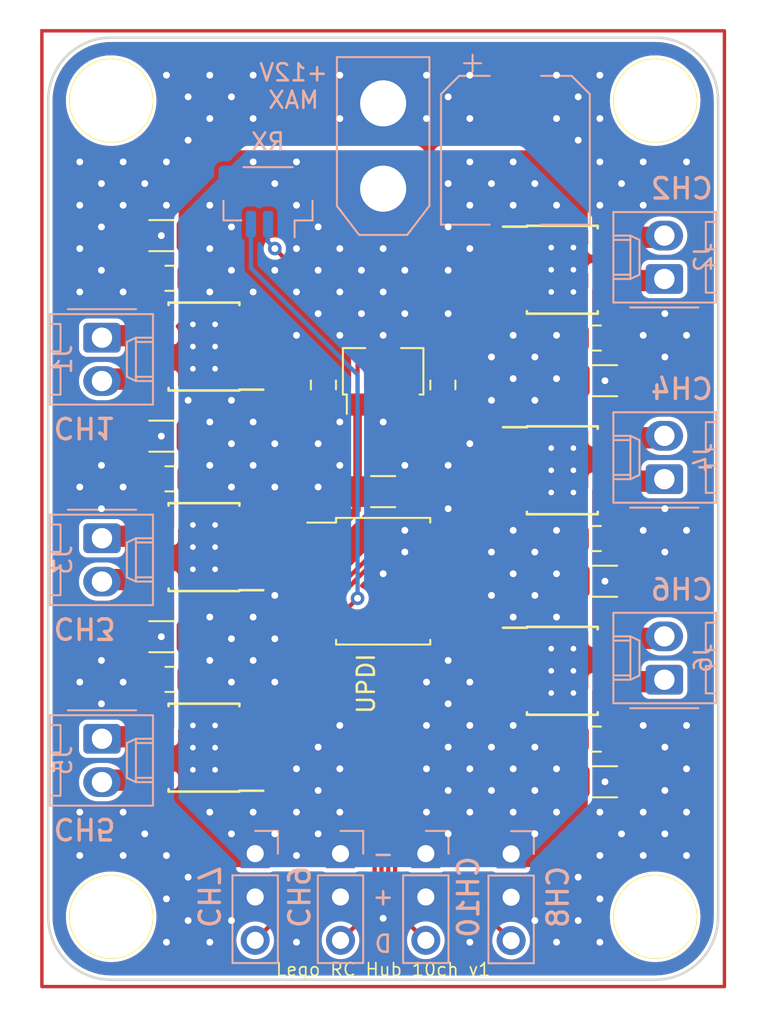
<source format=kicad_pcb>
(kicad_pcb (version 20211014) (generator pcbnew)
  (title_block (title "Lego RC Hub 10ch v1"))
  (layers (0 "F.Cu" signal) (31 "B.Cu" signal) (34 "B.Paste" user) (35 "F.Paste" user) (36 "B.SilkS" user "B.Silkscreen") (37 "F.SilkS" user "F.Silkscreen") (38 "B.Mask" user) (39 "F.Mask" user) (44 "Edge.Cuts" user))
  (net 0 "")
  (net 1 "GND")
  (net 2 "+BATT")
  (net 3 "VCC")
  (net 4 "Net-(J1-Pad2)")
  (net 5 "Net-(J2-Pad1)")
  (net 6 "Net-(J2-Pad2)")
  (net 7 "Net-(J3-Pad2)")
  (net 8 "Net-(J4-Pad2)")
  (net 9 "/CH1_2")
  (net 10 "/CH1_3")
  (net 11 "/CH2_2")
  (net 12 "/CH2_3")
  (net 13 "/CH3_2")
  (net 14 "/CH3_3")
  (net 15 "/CH4_2")
  (net 16 "/CH4_3")
  (net 17 "/UPDI")
  (net 18 "/CH8")
  (net 19 "/CH7")
  (net 20 "/IBus")
  (net 25 "Net-(J5-Pad2)")
  (net 26 "Net-(J6-Pad2)")
  (net 29 "/CH5_2")
  (net 30 "/CH5_3")
  (net 31 "/CH6_3")
  (net 32 "/CH6_2")
  (net 33 "/CH9")
  (net 34 "/CH10")
  (net 35 "Net-(J1-Pad1)")
  (net 36 "Net-(J3-Pad1)")
  (net 37 "Net-(J4-Pad1)")
  (net 38 "Net-(J5-Pad1)")
  (net 39 "Net-(J6-Pad1)")
  (footprint "Capacitor_SMD:C_1206_3216Metric_Pad1.33x1.80mm_HandSolder" (layer "F.Cu") (at 57.45 55.05)
    (fp_text reference "C7" hide)
    (fp_text value "100uF")
  )
  (footprint "Package_SO:Texas_HTSOP-8-1EP_3.9x4.9mm_P1.27mm_EP2.95x4.9mm_Mask2.4x3.1mm_ThermalVias" (layer "F.Cu") (at 33.95 64.8 180)
    (fp_text reference "U5" hide)
    (fp_text value "DRV8872DDA")
  )
  (footprint "Capacitor_SMD:C_1206_3216Metric_Pad1.33x1.80mm_HandSolder" (layer "F.Cu") (at 44.45 49.8 180)
    (fp_text reference "C13" hide)
    (fp_text value "100nF")
  )
  (footprint "Capacitor_SMD:C_0805_2012Metric_Pad1.18x1.45mm_HandSolder" (layer "F.Cu") (at 56.95 40.800001)
    (fp_text reference "C4" hide)
    (fp_text value "100nF")
  )
  (footprint "Package_SO:Texas_HTSOP-8-1EP_3.9x4.9mm_P1.27mm_EP2.95x4.9mm_Mask2.4x3.1mm_ThermalVias" (layer "F.Cu") (at 33.95 41.3 180)
    (fp_text reference "U1" hide)
    (fp_text value "DRV8872DDA")
  )
  (footprint "Package_SO:Texas_HTSOP-8-1EP_3.9x4.9mm_P1.27mm_EP2.95x4.9mm_Mask2.4x3.1mm_ThermalVias" (layer "F.Cu") (at 54.95 36.8)
    (fp_text reference "U2" hide)
    (fp_text value "DRV8872DDA")
  )
  (footprint "Capacitor_SMD:C_0805_2012Metric_Pad1.18x1.45mm_HandSolder" (layer "F.Cu") (at 56.95 52.55)
    (fp_text reference "C8" hide)
    (fp_text value "100nF")
  )
  (footprint "Connector_Wire:SolderWirePad_1x01_SMD_1x2mm" (layer "F.Cu") (at 41.95 61.05 180)
    (fp_text reference "J13" hide)
    (fp_text value "Conn_01x01")
  )
  (footprint "Capacitor_SMD:C_0805_2012Metric_Pad1.18x1.45mm_HandSolder" (layer "F.Cu") (at 31.95 49.049999 180)
    (fp_text reference "C6" hide)
    (fp_text value "100nF")
  )
  (footprint "Capacitor_SMD:C_0805_2012Metric_Pad1.18x1.45mm_HandSolder" (layer "F.Cu") (at 40.95 43.55 -90)
    (fp_text reference "C15" hide)
    (fp_text value "47uF")
  )
  (footprint "Package_TO_SOT_SMD:SOT-89-3" (layer "F.Cu") (at 44.45 43.05 90)
    (fp_text reference "U8" hide)
    (fp_text value "L78L05_SOT89")
  )
  (footprint "CustomFootprints:MountingHole_4.8mm_Lego" (layer "F.Cu") (at 28.51 26.89)
    (fp_text reference "H1")
    (fp_text value "MountingHole")
  )
  (footprint "Package_SO:SSOP-20_5.3x7.2mm_P0.65mm" (layer "F.Cu") (at 44.45 55.05)
    (fp_text reference "U7" hide)
    (fp_text value "ATtiny3226-X")
  )
  (footprint "Capacitor_SMD:C_1206_3216Metric_Pad1.33x1.80mm_HandSolder" (layer "F.Cu") (at 31.45 58.3 180)
    (fp_text reference "C9" hide)
    (fp_text value "100uF")
  )
  (footprint "Capacitor_SMD:C_0805_2012Metric_Pad1.18x1.45mm_HandSolder" (layer "F.Cu") (at 31.95 37.3 180)
    (fp_text reference "C2" hide)
    (fp_text value "100nF")
  )
  (footprint "Capacitor_SMD:C_0805_2012Metric_Pad1.18x1.45mm_HandSolder" (layer "F.Cu") (at 47.95 43.55 -90)
    (fp_text reference "C14" hide)
    (fp_text value "10uF")
  )
  (footprint "Capacitor_SMD:C_0805_2012Metric_Pad1.18x1.45mm_HandSolder" (layer "F.Cu") (at 56.95 64.3)
    (fp_text reference "C12" hide)
    (fp_text value "100nF")
  )
  (footprint "CustomFootprints:MountingHole_4.8mm_Lego" (layer "F.Cu") (at 28.51 74.71)
    (fp_text reference "H4")
    (fp_text value "MountingHole")
  )
  (footprint "Capacitor_SMD:C_1206_3216Metric_Pad1.33x1.80mm_HandSolder" (layer "F.Cu") (at 57.45 66.8)
    (fp_text reference "C11" hide)
    (fp_text value "100uF")
  )
  (footprint "Package_SO:Texas_HTSOP-8-1EP_3.9x4.9mm_P1.27mm_EP2.95x4.9mm_Mask2.4x3.1mm_ThermalVias" (layer "F.Cu") (at 54.95 48.55)
    (fp_text reference "U4" hide)
    (fp_text value "DRV8872DDA")
  )
  (footprint "Package_SO:Texas_HTSOP-8-1EP_3.9x4.9mm_P1.27mm_EP2.95x4.9mm_Mask2.4x3.1mm_ThermalVias" (layer "F.Cu") (at 54.95 60.3)
    (fp_text reference "U6" hide)
    (fp_text value "DRV8872DDA")
  )
  (footprint "Capacitor_SMD:C_1206_3216Metric_Pad1.33x1.80mm_HandSolder" (layer "F.Cu") (at 57.45 43.3)
    (fp_text reference "C3" hide)
    (fp_text value "100uF")
  )
  (footprint "Capacitor_SMD:C_1206_3216Metric_Pad1.33x1.80mm_HandSolder" (layer "F.Cu") (at 31.45 34.8 180)
    (fp_text reference "C1" hide)
    (fp_text value "100uF")
  )
  (footprint "CustomFootprints:MountingHole_4.8mm_Lego" (layer "F.Cu") (at 60.39 26.89)
    (fp_text reference "H2")
    (fp_text value "MountingHole")
  )
  (footprint "Capacitor_SMD:C_1206_3216Metric_Pad1.33x1.80mm_HandSolder" (layer "F.Cu") (at 31.45 46.55 180)
    (fp_text reference "C5" hide)
    (fp_text value "100uF")
  )
  (footprint "Capacitor_SMD:C_0805_2012Metric_Pad1.18x1.45mm_HandSolder" (layer "F.Cu") (at 31.95 60.799999 180)
    (fp_text reference "C10" hide)
    (fp_text value "100nF")
  )
  (footprint "Package_SO:Texas_HTSOP-8-1EP_3.9x4.9mm_P1.27mm_EP2.95x4.9mm_Mask2.4x3.1mm_ThermalVias" (layer "F.Cu") (at 33.95 53.05 180)
    (fp_text reference "U3" hide)
    (fp_text value "DRV8872DDA")
  )
  (footprint "CustomFootprints:MountingHole_4.8mm_Lego" (layer "F.Cu") (at 60.39 74.71)
    (fp_text reference "H3")
    (fp_text value "MountingHole")
  )
  (footprint "Capacitor_SMD:CP_Elec_8x10.5" (layer "B.Cu") (at 52.2 29.8 -90)
    (fp_text reference "C16" hide)
    (fp_text value "470uF")
  )
  (footprint "Connector_PinHeader_2.54mm:PinHeader_1x03_P2.54mm_Vertical" (layer "B.Cu") (at 36.95 71.01 180)
    (fp_text reference "J7" hide)
    (fp_text value "Conn_01x03")
  )
  (footprint "Connector_Molex:Molex_KK-254_AE-6410-02A_1x02_P2.54mm_Vertical" (layer "B.Cu") (at 27.970001 52.53 -90)
    (fp_text reference "J3")
    (fp_text value "Conn_01x02")
  )
  (footprint "Connector_JST:JST_SH_BM03B-SRSS-TB_1x03-1MP_P1.00mm_Vertical" (layer "B.Cu") (at 37.7 32.8 180)
    (fp_text reference "J11" hide)
    (fp_text value "Conn_01x03_MountingPin")
  )
  (footprint "Connector_PinHeader_2.54mm:PinHeader_1x03_P2.54mm_Vertical" (layer "B.Cu") (at 41.95 71.01 180)
    (fp_text reference "J9" hide)
    (fp_text value "Conn_01x03")
  )
  (footprint "Connector_PinHeader_2.54mm:PinHeader_1x03_P2.54mm_Vertical" (layer "B.Cu") (at 51.95 71.025001 180)
    (fp_text reference "J8" hide)
    (fp_text value "Conn_01x03")
  )
  (footprint "Connector_Molex:Molex_KK-254_AE-6410-02A_1x02_P2.54mm_Vertical" (layer "B.Cu") (at 60.929999 37.34 90)
    (fp_text reference "J2")
    (fp_text value "Conn_01x02")
  )
  (footprint "Connector_Molex:Molex_KK-254_AE-6410-02A_1x02_P2.54mm_Vertical" (layer "B.Cu") (at 60.929999 49.07 90)
    (fp_text reference "J4")
    (fp_text value "Conn_01x02")
  )
  (footprint "Connector_AMASS:AMASS_XT30U-M_1x02_P5.0mm_Vertical" (layer "B.Cu") (at 44.45 32.05 90)
    (fp_text reference "J12" hide)
    (fp_text value "Conn_01x02")
  )
  (footprint "Connector_PinHeader_2.54mm:PinHeader_1x03_P2.54mm_Vertical" (layer "B.Cu") (at 46.95 71.01 180)
    (fp_text reference "J10" hide)
    (fp_text value "Conn_01x03")
  )
  (footprint "Connector_Molex:Molex_KK-254_AE-6410-02A_1x02_P2.54mm_Vertical" (layer "B.Cu") (at 60.929999 60.82 90)
    (fp_text reference "J6")
    (fp_text value "Conn_01x02")
  )
  (footprint "Connector_Molex:Molex_KK-254_AE-6410-02A_1x02_P2.54mm_Vertical" (layer "B.Cu") (at 27.970001 40.78 -90)
    (fp_text reference "J1")
    (fp_text value "Conn_01x02")
  )
  (footprint "Connector_Molex:Molex_KK-254_AE-6410-02A_1x02_P2.54mm_Vertical" (layer "B.Cu") (at 27.970001 64.28 -90)
    (fp_text reference "J5")
    (fp_text value "Conn_01x02")
  )
  (gr_rect (start 24.45 22.8) (end 64.45 78.8) (layer "F.Cu") (width 0.2) (fill none))
  (gr_circle locked (center 28.51 74.71) (end 30.91 74.71) (layer "F.SilkS") (width 0.15) (fill none))
  (gr_circle locked (center 60.39 26.89) (end 62.79 26.89) (layer "F.SilkS") (width 0.15) (fill none))
  (gr_circle locked (center 28.51 26.89) (end 30.91 26.89) (layer "F.SilkS") (width 0.15) (fill none))
  (gr_circle locked (center 60.39 74.71) (end 62.79 74.71) (layer "F.SilkS") (width 0.15) (fill none))
  (gr_line locked (start 60.39 23.2) (end 28.51 23.2) (layer "Edge.Cuts") (width 0.15))
  (gr_arc locked (start 64.08 74.71) (mid 62.999224 77.319224) (end 60.39 78.4) (layer "Edge.Cuts") (width 0.15))
  (gr_arc locked (start 60.39 23.2) (mid 62.999224 24.280776) (end 64.08 26.89) (layer "Edge.Cuts") (width 0.15))
  (gr_line locked (start 24.82 26.89) (end 24.82 74.71) (layer "Edge.Cuts") (width 0.15))
  (gr_line locked (start 28.51 78.4) (end 60.39 78.4) (layer "Edge.Cuts") (width 0.15))
  (gr_arc locked (start 28.51 78.4) (mid 25.900776 77.319224) (end 24.82 74.71) (layer "Edge.Cuts") (width 0.15))
  (gr_line locked (start 64.08 74.71) (end 64.08 26.89) (layer "Edge.Cuts") (width 0.15))
  (gr_arc locked (start 24.82 26.89) (mid 25.900776 24.280776) (end 28.51 23.2) (layer "Edge.Cuts") (width 0.15))
  (gr_text "-" (at 44.45 71.01) (layer "B.SilkS") (effects (font (size 1 1)) (justify mirror)))
  (gr_text "CH2" (at 61.95 32.05) (layer "B.SilkS") (effects (font (size 1.2 1.2) (thickness 0.2)) (justify mirror)))
  (gr_text "D" (at 44.45 76.3) (layer "B.SilkS") (effects (font (size 1 1)) (justify mirror)))
  (gr_text "CH8" (at 54.7 73.55 90) (layer "B.SilkS") (effects (font (size 1.2 1.2) (thickness 0.2)) (justify mirror)))
  (gr_text "CH9" (at 39.45 73.55 270) (layer "B.SilkS") (effects (font (size 1.2 1.2) (thickness 0.2)) (justify mirror)))
  (gr_text "CH1" (at 26.95 46.05 180) (layer "B.SilkS") (effects (font (size 1.2 1.2) (thickness 0.2)) (justify mirror)))
  (gr_text "CH5" (at 26.95 69.55 180) (layer "B.SilkS") (effects (font (size 1.2 1.2) (thickness 0.2)) (justify mirror)))
  (gr_text "CH10" (at 49.45 73.55 90) (layer "B.SilkS") (effects (font (size 1.2 1.2) (thickness 0.2)) (justify mirror)))
  (gr_text "+" (at 44.45 73.520802) (layer "B.SilkS") (effects (font (size 1 1)) (justify mirror)))
  (gr_text "CH6" (at 61.95 55.55) (layer "B.SilkS") (effects (font (size 1.2 1.2) (thickness 0.2)) (justify mirror)))
  (gr_text "RX" (at 37.7 29.3) (layer "B.SilkS") (effects (font (size 1 1)) (justify mirror)))
  (gr_text "CH3" (at 26.95 57.8 180) (layer "B.SilkS") (effects (font (size 1.2 1.2) (thickness 0.2)) (justify mirror)))
  (gr_text "CH7" (at 34.2 73.55 270) (layer "B.SilkS") (effects (font (size 1.2 1.2) (thickness 0.2)) (justify mirror)))
  (gr_text "+12V\nMAX" (at 39.2 26.05) (layer "B.SilkS") (effects (font (size 1 1)) (justify mirror)))
  (gr_text "CH4" (at 61.95 43.8) (layer "B.SilkS") (effects (font (size 1.2 1.2) (thickness 0.2)) (justify mirror)))
  (gr_text "UPDI" (at 43.45 61.05 90) (layer "F.SilkS") (effects (font (size 1 1))))
  (gr_text "Lego RC Hub 10ch v1" (at 44.45 77.8) (layer "F.SilkS") (effects (font (size 0.75 0.75) (thickness 0.1))))
  (segment (start 47.025 52.125) (end 47.95 52.125) (width 0.5) (layer "F.Cu") (net 1))
  (segment (start 46.0125 51.1125) (end 47.025 52.125) (width 0.5) (layer "F.Cu") (net 1))
  (segment (start 46.0125 49.8) (end 46.0125 51.1125) (width 0.5) (layer "F.Cu") (net 1))
  (via (at 36.83 30.48) (size 0.8) (drill 0.4) (layers "F.Cu" "B.Cu") (net 1))
  (via (at 48.26 69.85) (size 0.8) (drill 0.4) (layers "F.Cu" "B.Cu") (net 1))
  (via (at 39.37 68.58) (size 0.8) (drill 0.4) (layers "F.Cu" "B.Cu") (net 1))
  (via (at 34.29 35.56) (size 0.8) (drill 0.4) (layers "F.Cu" "B.Cu") (net 1))
  (via (at 36.83 48.26) (size 0.8) (drill 0.4) (layers "F.Cu" "B.Cu") (net 1))
  (via (at 41.91 38.1) (size 0.8) (drill 0.4) (layers "F.Cu" "B.Cu") (net 1))
  (via (at 34.29 57.15) (size 0.8) (drill 0.4) (layers "F.Cu" "B.Cu") (net 1))
  (via (at 49.53 35.56) (size 0.8) (drill 0.4) (layers "F.Cu" "B.Cu") (net 1))
  (via (at 35.56 69.85) (size 0.8) (drill 0.4) (layers "F.Cu" "B.Cu") (net 1))
  (via (at 46.99 60.96) (size 0.8) (drill 0.4) (layers "F.Cu" "B.Cu") (net 1))
  (via (at 38.1 55.88) (size 0.8) (drill 0.4) (layers "F.Cu" "B.Cu") (net 1))
  (via (at 48.26 39.37) (size 0.8) (drill 0.4) (layers "F.Cu" "B.Cu") (net 1))
  (via (at 35.56 46.99) (size 0.8) (drill 0.4) (layers "F.Cu" "B.Cu") (net 1))
  (via (at 49.53 66.04) (size 0.8) (drill 0.4) (layers "F.Cu" "B.Cu") (net 1))
  (via (at 38.1 58.42) (size 0.8) (drill 0.4) (layers "F.Cu" "B.Cu") (net 1))
  (via (at 35.56 44.45) (size 0.8) (drill 0.4) (layers "F.Cu" "B.Cu") (net 1))
  (via (at 54.61 57.15) (size 0.8) (drill 0.4) (layers "F.Cu" "B.Cu") (net 1))
  (via (at 43.18 36.83) (size 0.8) (drill 0.4) (layers "F.Cu" "B.Cu") (net 1))
  (via (at 39.37 71.12) (size 0.8) (drill 0.4) (layers "F.Cu" "B.Cu") (net 1))
  (via (at 54.61 54.61) (size 0.8) (drill 0.4) (layers "F.Cu" "B.Cu") (net 1))
  (via (at 36.83 68.58) (size 0.8) (drill 0.4) (layers "F.Cu" "B.Cu") (net 1))
  (via (at 39.37 38.1) (size 0.8) (drill 0.4) (layers "F.Cu" "B.Cu") (net 1))
  (via (at 52.07 43.18) (size 0.8) (drill 0.4) (layers "F.Cu" "B.Cu") (net 1))
  (via (at 44.45 54.61) (size 0.8) (drill 0.4) (layers "F.Cu" "B.Cu") (net 1))
  (via (at 40.64 64.77) (size 0.8) (drill 0.4) (layers "F.Cu" "B.Cu") (net 1))
  (via (at 52.07 54.61) (size 0.8) (drill 0.4) (layers "F.Cu" "B.Cu") (net 1))
  (via (at 50.8 55.88) (size 0.8) (drill 0.4) (layers "F.Cu" "B.Cu") (net 1))
  (via (at 48.26 50.8) (size 0.8) (drill 0.4) (layers "F.Cu" "B.Cu") (net 1))
  (via (at 52.07 40.64) (size 0.8) (drill 0.4) (layers "F.Cu" "B.Cu") (net 1))
  (via (at 40.64 34.29) (size 0.8) (drill 0.4) (layers "F.Cu" "B.Cu") (net 1))
  (via (at 40.64 67.31) (size 0.8) (drill 0.4) (layers "F.Cu" "B.Cu") (net 1))
  (via (at 54.61 68.58) (size 0.8) (drill 0.4) (layers "F.Cu" "B.Cu") (net 1))
  (via (at 40.64 36.83) (size 0.8) (drill 0.4) (layers "F.Cu" "B.Cu") (net 1))
  (via (at 53.34 69.85) (size 0.8) (drill 0.4) (layers "F.Cu" "B.Cu") (net 1))
  (via (at 46.99 68.58) (size 0.8) (drill 0.4) (layers "F.Cu" "B.Cu") (net 1))
  (via (at 52.07 68.58) (size 0.8) (drill 0.4) (layers "F.Cu" "B.Cu") (net 1))
  (via (at 44.45 35.56) (size 0.8) (drill 0.4) (layers "F.Cu" "B.Cu") (net 1))
  (via (at 39.37 40.64) (size 0.8) (drill 0.4) (layers "F.Cu" "B.Cu") (net 1))
  (via (at 38.1 49.53) (size 0.8) (drill 0.4) (layers "F.Cu" "B.Cu") (net 1))
  (via (at 46.99 63.5) (size 0.8) (drill 0.4) (layers "F.Cu" "B.Cu") (net 1))
  (via (at 45.72 52.07) (size 0.8) (drill 0.4) (layers "F.Cu" "B.Cu") (net 1))
  (via (at 50.8 53.34) (size 0.8) (drill 0.4) (layers "F.Cu" "B.Cu") (net 1))
  (via (at 49.53 68.58) (size 0.8) (drill 0.4) (layers "F.Cu" "B.Cu") (net 1))
  (via (at 48.26 67.31) (size 0.8) (drill 0.4) (layers "F.Cu" "B.Cu") (net 1))
  (via (at 53.34 55.88) (size 0.8) (drill 0.4) (layers "F.Cu" "B.Cu") (net 1))
  (via (at 45.72 48.26) (size 0.8) (drill 0.4) (layers "F.Cu" "B.Cu") (net 1))
  (via (at 49.53 33.02) (size 0.8) (drill 0.4) (layers "F.Cu" "B.Cu") (net 1))
  (via (at 49.53 30.48) (size 0.8) (drill 0.4) (layers "F.Cu" "B.Cu") (net 1))
  (via (at 53.34 44.45) (size 0.8) (drill 0.4) (layers "F.Cu" "B.Cu") (net 1))
  (via (at 50.8 67.31) (size 0.8) (drill 0.4) (layers "F.Cu" "B.Cu") (net 1))
  (via (at 44.45 40.64) (size 0.8) (drill 0.4) (layers "F.Cu" "B.Cu") (net 1))
  (via (at 38.1 46.99) (size 0.8) (drill 0.4) (layers "F.Cu" "B.Cu") (net 1))
  (via (at 54.61 52.07) (size 0.8) (drill 0.4) (layers "F.Cu" "B.Cu") (net 1))
  (via (at 52.07 52.07) (size 0.8) (drill 0.4) (layers "F.Cu" "B.Cu") (net 1))
  (via (at 41.91 35.56) (size 0.8) (drill 0.4) (layers "F.Cu" "B.Cu") (net 1))
  (via (at 40.64 69.85) (size 0.8) (drill 0.4) (layers "F.Cu" "B.Cu") (net 1))
  (via (at 41.91 66.04) (size 0.8) (drill 0.4) (layers "F.Cu" "B.Cu") (net 1))
  (via (at 36.83 38.1) (size 0.8) (drill 0.4) (layers "F.Cu" "B.Cu") (net 1))
  (via (at 45.72 36.83) (size 0.8) (drill 0.4) (layers "F.Cu" "B.Cu") (net 1))
  (via (at 35.56 36.83) (size 0.8) (drill 0.4) (layers "F.Cu" "B.Cu") (net 1))
  (via (at 38.1 69.85) (size 0.8) (drill 0.4) (layers "F.Cu" "B.Cu") (net 1))
  (via (at 54.61 66.04) (size 0.8) (drill 0.4) (layers "F.Cu" "B.Cu") (net 1))
  (via (at 35.56 49.53) (size 0.8) (drill 0.4) (layers "F.Cu" "B.Cu") (net 1))
  (via (at 41.91 63.5) (size 0.8) (drill 0.4) (layers "F.Cu" "B.Cu") (net 1))
  (via (at 41.91 45.72) (size 0.8) (drill 0.4) (layers "F.Cu" "B.Cu") (net 1))
  (via (at 41.91 40.64) (size 0.8) (drill 0.4) (layers "F.Cu" "B.Cu") (net 1))
  (via (at 52.07 63.5) (size 0.8) (drill 0.4) (layers "F.Cu" "B.Cu") (net 1))
  (via (at 48.26 59.69) (size 0.8) (drill 0.4) (layers "F.Cu" "B.Cu") (net 1))
  (via (at 54.61 33.02) (size 0.8) (drill 0.4) (layers "F.Cu" "B.Cu") (net 1))
  (via (at 41.91 48.26) (size 0.8) (drill 0.4) (layers "F.Cu" "B.Cu") (net 1))
  (via (at 52.07 30.48) (size 0.8) (drill 0.4) (layers "F.Cu" "B.Cu") (net 1))
  (via (at 52.07 66.04) (size 0.8) (drill 0.4) (layers "F.Cu" "B.Cu") (net 1))
  (via (at 45.72 53.34) (size 0.8) (drill 0.4) (layers "F.Cu" "B.Cu") (net 1))
  (via (at 53.34 67.31) (size 0.8) (drill 0.4) (layers "F.Cu" "B.Cu") (net 1))
  (via (at 48.26 62.23) (size 0.8) (drill 0.4) (layers "F.Cu" "B.Cu") (net 1))
  (via (at 40.64 46.99) (size 0.8) (drill 0.4) (layers "F.Cu" "B.Cu") (net 1))
  (via (at 49.53 46.99) (size 0.8) (drill 0.4) (layers "F.Cu" "B.Cu") (net 1))
  (via (at 38.1 60.96) (size 0.8) (drill 0.4) (layers "F.Cu" "B.Cu") (net 1))
  (via (at 53.34 31.75) (size 0.8) (drill 0.4) (layers "F.Cu" "B.Cu") (net 1))
  (via (at 54.61 43.18) (size 0.8) (drill 0.4) (layers "F.Cu" "B.Cu") (net 1))
  (via (at 39.37 35.56) (size 0.8) (drill 0.4) (layers "F.Cu" "B.Cu") (net 1))
  (via (at 35.56 60.96) (size 0.8) (drill 0.4) (layers "F.Cu" "B.Cu") (net 1))
  (via (at 44.45 38.1) (size 0.8) (drill 0.4) (layers "F.Cu" "B.Cu") (net 1))
  (via (at 34.29 68.58) (size 0.8) (drill 0.4) (layers "F.Cu" "B.Cu") (net 1))
  (via (at 53.34 41.91) (size 0.8) (drill 0.4) (layers "F.Cu" "B.Cu") (net 1))
  (via (at 34.29 59.69) (size 0.8) (drill 0.4) (layers "F.Cu" "B.Cu") (net 1))
  (via (at 43.18 39.37) (size 0.8) (drill 0.4) (layers "F.Cu" "B.Cu") (net 1))
  (via (at 48.26 34.29) (size 0.8) (drill 0.4) (layers "F.Cu" "B.Cu") (net 1))
  (via (at 48.26 48.26) (size 0.8) (drill 0.4) (layers "F.Cu" "B.Cu") (net 1))
  (via (at 39.37 66.04) (size 0.8) (drill 0.4) (layers "F.Cu" "B.Cu") (net 1))
  (via (at 34.29 48.26) (size 0.8) (drill 0.4) (layers "F.Cu" "B.Cu") (net 1))
  (via (at 50.8 64.77) (size 0.8) (drill 0.4) (layers "F.Cu" "B.Cu") (net 1))
  (via (at 34.29 45.72) (size 0.8) (drill 0.4) (layers "F.Cu" "B.Cu") (net 1))
  (via (at 34.29 33.02) (size 0.8) (drill 0.4) (layers "F.Cu" "B.Cu") (net 1))
  (via (at 38.1 31.75) (size 0.8) (drill 0.4) (layers "F.Cu" "B.Cu") (net 1))
  (via (at 50.8 44.45) (size 0.8) (drill 0.4) (layers "F.Cu" "B.Cu") (net 1))
  (via (at 35.56 58.42) (size 0.8) (drill 0.4) (layers "F.Cu" "B.Cu") (net 1))
  (via (at 36.83 57.15) (size 0.8) (drill 0.4) (layers "F.Cu" "B.Cu") (net 1))
  (via (at 34.29 38.1) (size 0.8) (drill 0.4) (layers "F.Cu" "B.Cu") (net 1))
  (via (at 40.64 39.37) (size 0.8) (drill 0.4) (layers "F.Cu" "B.Cu") (net 1))
  (via (at 39.37 33.02) (size 0.8) (drill 0.4) (layers "F.Cu" "B.Cu") (net 1))
  (via (at 52.07 33.02) (size 0.8) (drill 0.4) (layers "F.Cu" "B.Cu") (net 1))
  (via (at 36.83 59.69) (size 0.8) (drill 0.4) (layers "F.Cu" "B.Cu") (net 1))
  (via (at 44.45 45.72) (size 0.8) (drill 0.4) (layers "F.Cu" "B.Cu") (net 1))
  (via (at 35.56 34.29) (size 0.8) (drill 0.4) (layers "F.Cu" "B.Cu") (net 1))
  (via (at 40.64 49.53) (size 0.8) (drill 0.4) (layers "F.Cu" "B.Cu") (net 1))
  (via (at 38.1 36.83) (size 0.8) (drill 0.4) (layers "F.Cu" "B.Cu") (net 1))
  (via (at 52.07 57.15) (size 0.8) (drill 0.4) (layers "F.Cu" "B.Cu") (net 1))
  (via (at 54.61 40.64) (size 0.8) (drill 0.4) (layers "F.Cu" "B.Cu") (net 1))
  (via (at 49.53 63.5) (size 0.8) (drill 0.4) (layers "F.Cu" "B.Cu") (net 1))
  (via (at 48.26 31.75) (size 0.8) (drill 0.4) (layers "F.Cu" "B.Cu") (net 1))
  (via (at 36.83 45.72) (size 0.8) (drill 0.4) (layers "F.Cu" "B.Cu") (net 1))
  (via (at 49.53 60.96) (size 0.8) (drill 0.4) (layers "F.Cu" "B.Cu") (net 1))
  (via (at 41.91 68.58) (size 0.8) (drill 0.4) (layers "F.Cu" "B.Cu") (net 1))
  (via (at 33.02 44.45) (size 0.8) (drill 0.4) (layers "F.Cu" "B.Cu") (net 1))
  (via (at 50.8 31.75) (size 0.8) (drill 0.4) (layers "F.Cu" "B.Cu") (net 1))
  (via (at 45.72 39.37) (size 0.8) (drill 0.4) (layers "F.Cu" "B.Cu") (net 1))
  (via (at 53.34 64.77) (size 0.8) (drill 0.4) (layers "F.Cu" "B.Cu") (net 1))
  (via (at 46.99 66.04) (size 0.8) (drill 0.4) (layers "F.Cu" "B.Cu") (net 1))
  (via (at 48.26 64.77) (size 0.8) (drill 0.4) (layers "F.Cu" "B.Cu") (net 1))
  (via (at 39.37 30.48) (size 0.8) (drill 0.4) (layers "F.Cu" "B.Cu") (net 1))
  (via (at 53.34 53.34) (size 0.8) (drill 0.4) (layers "F.Cu" "B.Cu") (net 1))
  (via (at 48.26 36.83) (size 0.8) (drill 0.4) (layers "F.Cu" "B.Cu") (net 1))
  (via (at 50.8 41.91) (size 0.8) (drill 0.4) (layers "F.Cu" "B.Cu") (net 1))
  (segment (start 45.95 42.3) (end 47.2 41.05) (width 0.5) (layer "F.Cu") (net 2))
  (segment (start 47.2 41.05) (end 47.2 29.8) (width 0.5) (layer "F.Cu") (net 2))
  (segment (start 47.2 29.8) (end 44.45 27.05) (width 0.5) (layer "F.Cu") (net 2))
  (segment (start 45.95 44.7) (end 45.95 42.3) (width 0.5) (layer "F.Cu") (net 2))
  (segment (start 46.0625 44.5875) (end 45.95 44.7) (width 1) (layer "F.Cu") (net 2))
  (segment (start 47.95 44.5875) (end 46.0625 44.5875) (width 1) (layer "F.Cu") (net 2))
  (via (at 33.02 74.93) (size 0.8) (drill 0.4) (layers "F.Cu" "B.Cu") (net 2))
  (via (at 27.94 59.69) (size 0.8) (drill 0.4) (layers "F.Cu" "B.Cu") (net 2))
  (via (at 44.45 74.8) (size 0.8) (drill 0.4) (layers "F.Cu" "B.Cu") (net 2))
  (via (at 31.75 73.66) (size 0.8) (drill 0.4) (layers "F.Cu" "B.Cu") (net 2))
  (via (at 41.91 25.4) (size 0.8) (drill 0.4) (layers "F.Cu" "B.Cu") (net 2))
  (via (at 57.15 71.12) (size 0.8) (drill 0.4) (layers "F.Cu" "B.Cu") (net 2))
  (via (at 29.21 60.96) (size 0.8) (drill 0.4) (layers "F.Cu" "B.Cu") (net 2))
  (via (at 49.53 76.2) (size 0.8) (drill 0.4) (layers "F.Cu" "B.Cu") (net 2))
  (via (at 31.75 30.48) (size 0.8) (drill 0.4) (layers "F.Cu" "B.Cu") (net 2))
  (via (at 26.67 60.96) (size 0.8) (drill 0.4) (layers "F.Cu" "B.Cu") (net 2))
  (via (at 27.94 36.83) (size 0.8) (drill 0.4) (layers "F.Cu" "B.Cu") (net 2))
  (via (at 31.75 71.12) (size 0.8) (drill 0.4) (layers "F.Cu" "B.Cu") (net 2))
  (via (at 59.69 71.12) (size 0.8) (drill 0.4) (layers "F.Cu" "B.Cu") (net 2))
  (via (at 60.96 64.77) (size 0.8) (drill 0.4) (layers "F.Cu" "B.Cu") (net 2))
  (via (at 26.67 71.12) (size 0.8) (drill 0.4) (layers "F.Cu" "B.Cu") (net 2))
  (via (at 57.15 76.2) (size 0.8) (drill 0.4) (layers "F.Cu" "B.Cu") (net 2))
  (via (at 60.96 53.34) (size 0.8) (drill 0.4) (layers "F.Cu" "B.Cu") (net 2))
  (via (at 58.42 31.75) (size 0.8) (drill 0.4) (layers "F.Cu" "B.Cu") (net 2))
  (via (at 58.42 69.85) (size 0.8) (drill 0.4) (layers "F.Cu" "B.Cu") (net 2))
  (via (at 29.21 68.58) (size 0.8) (drill 0.4) (layers "F.Cu" "B.Cu") (net 2))
  (via (at 53.34 74.93) (size 0.8) (drill 0.4) (layers "F.Cu" "B.Cu") (net 2))
  (via (at 31.75 76.2) (size 0.8) (drill 0.4) (layers "F.Cu" "B.Cu") (net 2))
  (via (at 31.45 58.3) (size 0.8) (drill 0.4) (layers "F.Cu" "B.Cu") (net 2))
  (via (at 59.69 40.64) (size 0.8) (drill 0.4) (layers "F.Cu" "B.Cu") (net 2))
  (via (at 60.96 39.37) (size 0.8) (drill 0.4) (layers "F.Cu" "B.Cu") (net 2))
  (via (at 27.94 34.29) (size 0.8) (drill 0.4) (layers "F.Cu" "B.Cu") (net 2))
  (via (at 36.83 27.94) (size 0.8) (drill 0.4) (layers "F.Cu" "B.Cu") (net 2))
  (via (at 30.48 69.85) (size 0.8) (drill 0.4) (layers "F.Cu" "B.Cu") (net 2))
  (via (at 33.02 29.21) (size 0.8) (drill 0.4) (layers "F.Cu" "B.Cu") (net 2))
  (via (at 34.29 27.94) (size 0.8) (drill 0.4) (layers "F.Cu" "B.Cu") (net 2))
  (via (at 26.67 49.53) (size 0.8) (drill 0.4) (layers "F.Cu" "B.Cu") (net 2))
  (via (at 60.96 69.85) (size 0.8) (drill 0.4) (layers "F.Cu" "B.Cu") (net 2))
  (via (at 49.53 27.94) (size 0.8) (drill 0.4) (layers "F.Cu" "B.Cu") (net 2))
  (via (at 31.75 25.4) (size 0.8) (drill 0.4) (layers "F.Cu" "B.Cu") (net 2))
  (via (at 57.15 30.48) (size 0.8) (drill 0.4) (layers "F.Cu" "B.Cu") (net 2))
  (via (at 59.69 63.5) (size 0.8) (drill 0.4) (layers "F.Cu" "B.Cu") (net 2))
  (via (at 33.02 72.39) (size 0.8) (drill 0.4) (layers "F.Cu" "B.Cu") (net 2))
  (via (at 26.67 30.48) (size 0.8) (drill 0.4) (layers "F.Cu" "B.Cu") (net 2))
  (via (at 62.23 68.58) (size 0.8) (drill 0.4) (layers "F.Cu" "B.Cu") (net 2))
  (via (at 46.99 27.94) (size 0.8) (drill 0.4) (layers "F.Cu" "B.Cu") (net 2))
  (via (at 35.56 74.93) (size 0.8) (drill 0.4) (layers "F.Cu" "B.Cu") (net 2))
  (via (at 26.67 68.58) (size 0.8) (drill 0.4) (layers "F.Cu" "B.Cu") (net 2))
  (via (at 34.29 76.2) (size 0.8) (drill 0.4) (layers "F.Cu" "B.Cu") (net 2))
  (via (at 49.53 25.4) (size 0.8) (drill 0.4) (layers "F.Cu" "B.Cu") (net 2))
  (via (at 27.94 48.26) (size 0.8) (drill 0.4) (layers "F.Cu" "B.Cu") (net 2))
  (via (at 34.29 25.4) (size 0.8) (drill 0.4) (layers "F.Cu" "B.Cu") (net 2))
  (via (at 59.69 30.48) (size 0.8) (drill 0.4) (layers "F.Cu" "B.Cu") (net 2))
  (via (at 27.94 50.8) (size 0.8) (drill 0.4) (layers "F.Cu" "B.Cu") (net 2))
  (via (at 31.75 33.02) (size 0.8) (drill 0.4) (layers "F.Cu" "B.Cu") (net 2))
  (via (at 57.15 25.4) (size 0.8) (drill 0.4) (layers "F.Cu" "B.Cu") (net 2))
  (via (at 29.21 38.1) (size 0.8) (drill 0.4) (layers "F.Cu" "B.Cu") (net 2))
  (via (at 29.21 33.02) (size 0.8) (drill 0.4) (layers "F.Cu" "B.Cu") (net 2))
  (via (at 27.94 31.75) (size 0.8) (drill 0.4) (layers "F.Cu" "B.Cu") (net 2))
  (via (at 60.96 50.8) (size 0.8) (drill 0.4) (layers "F.Cu" "B.Cu") (net 2))
  (via (at 26.67 38.1) (size 0.8) (drill 0.4) (layers "F.Cu" "B.Cu") (net 2))
  (via (at 62.23 63.5) (size 0.8) (drill 0.4) (layers "F.Cu" "B.Cu") (net 2))
  (via (at 31.45 34.8) (size 0.8) (drill 0.4) (layers "F.Cu" "B.Cu") (net 2))
  (via (at 26.67 33.02) (size 0.8) (drill 0.4) (layers "F.Cu" "B.Cu") (net 2))
  (via (at 54.61 76.2) (size 0.8) (drill 0.4) (layers "F.Cu" "B.Cu") (net 2))
  (via (at 55.88 26.67) (size 0.8) (drill 0.4) (layers "F.Cu" "B.Cu") (net 2))
  (via (at 55.88 74.93) (size 0.8) (drill 0.4) (layers "F.Cu" "B.Cu") (net 2))
  (via (at 29.21 30.48) (size 0.8) (drill 0.4) (layers "F.Cu" "B.Cu") (net 2))
  (via (at 60.96 67.31) (size 0.8) (drill 0.4) (layers "F.Cu" "B.Cu") (net 2))
  (via (at 57.15 27.94) (size 0.8) (drill 0.4) (layers "F.Cu" "B.Cu") (net 2))
  (via (at 29.21 71.12) (size 0.8) (drill 0.4) (layers "F.Cu" "B.Cu") (net 2))
  (via (at 57.15 68.58) (size 0.8) (drill 0.4) (layers "F.Cu" "B.Cu") (net 2))
  (via (at 27.94 62.23) (size 0.8) (drill 0.4) (layers "F.Cu" "B.Cu") (net 2))
  (via (at 57.15 33.02) (size 0.8) (drill 0.4) (layers "F.Cu" "B.Cu") (net 2))
  (via (at 57.15 73.66) (size 0.8) (drill 0.4) (layers "F.Cu" "B.Cu") (net 2))
  (via (at 33.02 26.67) (size 0.8) (drill 0.4) (layers "F.Cu" "B.Cu") (net 2))
  (via (at 62.23 66.04) (size 0.8) (drill 0.4) (layers "F.Cu" "B.Cu") (net 2))
  (via (at 26.67 35.56) (size 0.8) (drill 0.4) (layers "F.Cu" "B.Cu") (net 2))
  (via (at 48.26 26.67) (size 0.8) (drill 0.4) (layers "F.Cu" "B.Cu") (net 2))
  (via (at 62.23 52.07) (size 0.8) (drill 0.4) (layers "F.Cu" "B.Cu") (net 2))
  (via (at 59.69 68.58) (size 0.8) (drill 0.4) (layers "F.Cu" "B.Cu") (net 2))
  (via (at 57.45 43.3) (size 0.8) (drill 0.4) (layers "F.Cu" "B.Cu") (net 2))
  (via (at 62.23 30.48) (size 0.8) (drill 0.4) (layers "F.Cu" "B.Cu") (net 2))
  (via (at 62.23 40.64) (size 0.8) (drill 0.4) (layers "F.Cu" "B.Cu") (net 2))
  (via (at 29.21 49.53) (size 0.8) (drill 0.4) (layers "F.Cu" "B.Cu") (net 2))
  (via (at 59.69 33.02) (size 0.8) (drill 0.4) (layers "F.Cu" "B.Cu") (net 2))
  (via (at 54.61 25.4) (size 0.8) (drill 0.4) (layers "F.Cu" "B.Cu") (net 2))
  (via (at 60.96 41.91) (size 0.8) (drill 0.4) (layers "F.Cu" "B.Cu") (net 2))
  (via (at 41.91 27.94) (size 0.8) (drill 0.4) (layers "F.Cu" "B.Cu") (net 2))
  (via (at 57.45 66.8) (size 0.8) (drill 0.4) (layers "F.Cu" "B.Cu") (net 2))
  (via (at 62.23 71.12) (size 0.8) (drill 0.4) (layers "F.Cu" "B.Cu") (net 2))
  (via (at 55.88 72.39) (size 0.8) (drill 0.4) (layers "F.Cu" "B.Cu") (net 2))
  (via (at 55.88 29.21) (size 0.8) (drill 0.4) (layers "F.Cu" "B.Cu") (net 2))
  (via (at 35.56 26.67) (size 0.8) (drill 0.4) (layers "F.Cu" "B.Cu") (net 2))
  (via (at 46.99 25.4) (size 0.8) (drill 0.4) (layers "F.Cu" "B.Cu") (net 2))
  (via (at 31.45 46.55) (size 0.8) (drill 0.4) (layers "F.Cu" "B.Cu") (net 2))
  (via (at 39.37 76.2) (size 0.8) (drill 0.4) (layers "F.Cu" "B.Cu") (net 2))
  (via (at 57.45 55.05) (size 0.8) (drill 0.4) (layers "F.Cu" "B.Cu") (net 2))
  (via (at 54.61 27.94) (size 0.8) (drill 0.4) (layers "F.Cu" "B.Cu") (net 2))
  (via (at 36.83 25.4) (size 0.8) (drill 0.4) (layers "F.Cu" "B.Cu") (net 2))
  (via (at 59.69 52.07) (size 0.8) (drill 0.4) (layers "F.Cu" "B.Cu") (net 2))
  (via (at 30.48 31.75) (size 0.8) (drill 0.4) (layers "F.Cu" "B.Cu") (net 2))
  (segment (start 42.8375 44.5875) (end 42.95 44.7) (width 1) (layer "F.Cu") (net 3))
  (segment (start 38.1 35.56) (end 42.95 40.41) (width 0.25) (layer "F.Cu") (net 3))
  (segment (start 42.8875 49.8) (end 42.8875 50.8625) (width 0.5) (layer "F.Cu") (net 3))
  (segment (start 40.95 44.5875) (end 42.8375 44.5875) (width 1) (layer "F.Cu") (net 3))
  (segment (start 42.8875 50.8625) (end 41.625 52.125) (width 0.5) (layer "F.Cu") (net 3))
  (segment (start 42.95 40.41) (end 42.95 44.7) (width 0.25) (layer "F.Cu") (net 3))
  (segment (start 42.95 49.7375) (end 42.95 44.7) (width 0.5) (layer "F.Cu") (net 3))
  (via (at 38.1 35.56) (size 0.8) (drill 0.4) (layers "F.Cu" "B.Cu") (net 3))
  (segment (start 37.7 35.16) (end 38.1 35.56) (width 0.25) (layer "B.Cu") (net 3))
  (segment (start 37.7 34.125) (end 37.7 35.16) (width 0.25) (layer "B.Cu") (net 3))
  (segment (start 31.075 43.205) (end 28.085001 43.205) (width 1.25) (layer "F.Cu") (net 4))
  (segment (start 57.825 37.435) (end 60.834999 37.435) (width 1.25) (layer "F.Cu") (net 5))
  (segment (start 57.825 34.895) (end 60.834999 34.895) (width 1.25) (layer "F.Cu") (net 6))
  (segment (start 31.075 54.955) (end 28.085001 54.955) (width 1.25) (layer "F.Cu") (net 7))
  (segment (start 57.825 46.645) (end 60.814999 46.645) (width 1.25) (layer "F.Cu") (net 8))
  (segment (start 38.519314 41.935) (end 39.3 42.715686) (width 0.25) (layer "F.Cu") (net 9))
  (segment (start 36.825 41.935) (end 38.519314 41.935) (width 0.25) (layer "F.Cu") (net 9))
  (segment (start 39.3 42.715686) (end 39.3 52.640684) (width 0.25) (layer "F.Cu") (net 9))
  (segment (start 39.3 52.640684) (end 40.084315 53.425) (width 0.25) (layer "F.Cu") (net 9))
  (segment (start 40.95 53.425) (end 40.084315 53.425) (width 0.25) (layer "F.Cu") (net 9))
  (segment (start 40.084315 52.775) (end 39.904657 52.595342) (width 0.25) (layer "F.Cu") (net 10))
  (segment (start 39.904657 52.595342) (end 39.7 52.390685) (width 0.25) (layer "F.Cu") (net 10))
  (segment (start 40.95 52.775) (end 40.084315 52.775) (width 0.25) (layer "F.Cu") (net 10))
  (segment (start 37.815 40.665) (end 39.7 42.55) (width 0.25) (layer "F.Cu") (net 10))
  (segment (start 39.7 52.390685) (end 39.7 42.55) (width 0.25) (layer "F.Cu") (net 10))
  (segment (start 36.825 40.665) (end 37.815 40.665) (width 0.25) (layer "F.Cu") (net 10))
  (segment (start 49.2 38.19) (end 49.2 45.05) (width 0.25) (layer "F.Cu") (net 11))
  (segment (start 48.2 46.05) (end 45.45 46.05) (width 0.25) (layer "F.Cu") (net 11))
  (segment (start 44.2 47.3) (end 44.2 53.05) (width 0.25) (layer "F.Cu") (net 11))
  (segment (start 41.875 55.375) (end 44.2 53.05) (width 0.25) (layer "F.Cu") (net 11))
  (segment (start 45.45 46.05) (end 44.2 47.3) (width 0.25) (layer "F.Cu") (net 11))
  (segment (start 40.95 55.375) (end 41.875 55.375) (width 0.25) (layer "F.Cu") (net 11))
  (segment (start 51.225 36.165) (end 49.2 38.19) (width 0.25) (layer "F.Cu") (net 11))
  (segment (start 49.2 45.05) (end 48.2 46.05) (width 0.25) (layer "F.Cu") (net 11))
  (segment (start 52.075 37.435) (end 50.520686 37.435) (width 0.25) (layer "F.Cu") (net 12))
  (segment (start 44.6 53.215686) (end 42.732843 55.082843) (width 0.25) (layer "F.Cu") (net 12))
  (segment (start 49.6 45.215685) (end 48.365685 46.45) (width 0.25) (layer "F.Cu") (net 12))
  (segment (start 42.732843 55.107842) (end 41.815685 56.025) (width 0.25) (layer "F.Cu") (net 12))
  (segment (start 42.732843 55.082843) (end 42.732843 55.107842) (width 0.25) (layer "F.Cu") (net 12))
  (segment (start 44.6 47.465686) (end 44.6 53.215686) (width 0.25) (layer "F.Cu") (net 12))
  (segment (start 49.6 38.355686) (end 49.6 45.215685) (width 0.25) (layer "F.Cu") (net 12))
  (segment (start 50.520686 37.435) (end 49.6 38.355686) (width 0.25) (layer "F.Cu") (net 12))
  (segment (start 45.615686 46.45) (end 44.6 47.465686) (width 0.25) (layer "F.Cu") (net 12))
  (segment (start 41.815685 56.025) (end 40.95 56.025) (width 0.25) (layer "F.Cu") (net 12))
  (segment (start 48.365685 46.45) (end 45.615686 46.45) (width 0.25) (layer "F.Cu") (net 12))
  (segment (start 40.084315 54.725) (end 39.044315 53.685) (width 0.25) (layer "F.Cu") (net 13))
  (segment (start 40.95 54.725) (end 40.084315 54.725) (width 0.25) (layer "F.Cu") (net 13))
  (segment (start 39.044315 53.685) (end 36.825 53.685) (width 0.25) (layer "F.Cu") (net 13))
  (segment (start 40.95 54.075) (end 40.084315 54.075) (width 0.25) (layer "F.Cu") (net 14))
  (segment (start 40.084315 54.075) (end 39.134314 53.124999) (width 0.25) (layer "F.Cu") (net 14))
  (segment (start 39.134314 53.115685) (end 38.433629 52.415) (width 0.25) (layer "F.Cu") (net 14))
  (segment (start 38.433629 52.415) (end 36.825 52.415) (width 0.25) (layer "F.Cu") (net 14))
  (segment (start 39.134314 53.124999) (end 39.134314 53.115685) (width 0.25) (layer "F.Cu") (net 14))
  (segment (start 47.95 52.775) (end 48.975 52.775) (width 0.25) (layer "F.Cu") (net 15))
  (segment (start 48.975 52.775) (end 49.325 52.425) (width 0.25) (layer "F.Cu") (net 15))
  (segment (start 52.075 47.915) (end 51.085 47.915) (width 0.25) (layer "F.Cu") (net 15))
  (segment (start 51.085 47.915) (end 49.325 49.675) (width 0.25) (layer "F.Cu") (net 15))
  (segment (start 49.325 49.675) (end 49.325 52.425) (width 0.25) (layer "F.Cu") (net 15))
  (segment (start 48.890686 53.425) (end 49.725 52.590686) (width 0.25) (layer "F.Cu") (net 16))
  (segment (start 49.725 49.840686) (end 50.380686 49.185) (width 0.25) (layer "F.Cu") (net 16))
  (segment (start 47.95 53.425) (end 48.890686 53.425) (width 0.25) (layer "F.Cu") (net 16))
  (segment (start 49.725 52.590686) (end 49.725 49.840686) (width 0.25) (layer "F.Cu") (net 16))
  (segment (start 50.380686 49.185) (end 52.075 49.185) (width 0.25) (layer "F.Cu") (net 16))
  (segment (start 46.025 54.725) (end 41.95 58.8) (width 0.25) (layer "F.Cu") (net 17))
  (segment (start 47.95 54.725) (end 46.025 54.725) (width 0.25) (layer "F.Cu") (net 17))
  (segment (start 41.95 58.8) (end 41.95 61.05) (width 0.25) (layer "F.Cu") (net 17))
  (segment (start 46.2 74.8) (end 50.644999 74.8) (width 0.25) (layer "F.Cu") (net 18))
  (segment (start 45.15 59.259314) (end 45.15 73.75) (width 0.25) (layer "F.Cu") (net 18))
  (segment (start 45.15 73.75) (end 46.2 74.8) (width 0.25) (layer "F.Cu") (net 18))
  (segment (start 50.644999 74.8) (end 51.95 76.105001) (width 0.25) (layer "F.Cu") (net 18))
  (segment (start 47.95 57.325) (end 47.084315 57.325) (width 0.25) (layer "F.Cu") (net 18))
  (segment (start 47.084315 57.325) (end 45.15 59.259314) (width 0.25) (layer "F.Cu") (net 18))
  (segment (start 43.95 73.55) (end 43.95 58.509314) (width 0.25) (layer "F.Cu") (net 19))
  (segment (start 38.24 74.8) (end 36.95 76.09) (width 0.25) (layer "F.Cu") (net 19))
  (segment (start 47.084315 55.375) (end 47.95 55.375) (width 0.25) (layer "F.Cu") (net 19))
  (segment (start 42.7 74.8) (end 38.24 74.8) (width 0.25) (layer "F.Cu") (net 19))
  (segment (start 43.95 73.55) (end 42.7 74.8) (width 0.25) (layer "F.Cu") (net 19))
  (segment (start 43.95 58.509314) (end 47.084315 55.375) (width 0.25) (layer "F.Cu") (net 19))
  (segment (start 42.325 56.675) (end 40.95 56.675) (width 0.25) (layer "F.Cu") (net 20))
  (segment (start 42.95 56.05) (end 42.325 56.675) (width 0.25) (layer "F.Cu") (net 20))
  (via (at 42.95 56.05) (size 0.8) (drill 0.4) (layers "F.Cu" "B.Cu") (net 20))
  (segment (start 42.95 42.95) (end 36.7 36.7) (width 0.25) (layer "B.Cu") (net 20))
  (segment (start 36.7 36.7) (end 36.7 34.125) (width 0.25) (layer "B.Cu") (net 20))
  (segment (start 42.95 56.05) (end 42.95 42.95) (width 0.25) (layer "B.Cu") (net 20))
  (segment (start 31.075 66.705) (end 28.085001 66.705) (width 1.25) (layer "F.Cu") (net 25))
  (segment (start 57.825 58.395) (end 60.814999 58.395) (width 1.25) (layer "F.Cu") (net 26))
  (segment (start 39.85 63.26) (end 37.675 65.435) (width 0.25) (layer "F.Cu") (net 29))
  (segment (start 40.275 57.975) (end 39.85 58.4) (width 0.25) (layer "F.Cu") (net 29))
  (segment (start 39.85 58.4) (end 39.85 63.26) (width 0.25) (layer "F.Cu") (net 29))
  (segment (start 36.825 64.165) (end 38.335 64.165) (width 0.25) (layer "F.Cu") (net 30))
  (segment (start 38.335 64.165) (end 39.45 63.05) (width 0.25) (layer "F.Cu") (net 30))
  (segment (start 39.45 57.959315) (end 40.084315 57.325) (width 0.25) (layer "F.Cu") (net 30))
  (segment (start 40.084315 57.325) (end 40.95 57.325) (width 0.25) (layer "F.Cu") (net 30))
  (segment (start 39.45 63.05) (end 39.45 57.959315) (width 0.25) (layer "F.Cu") (net 30))
  (segment (start 51.335 60.935) (end 48.375 57.975) (width 0.25) (layer "F.Cu") (net 31))
  (segment (start 48.815685 54.075) (end 47.95 54.075) (width 0.25) (layer "F.Cu") (net 32))
  (segment (start 49.325 54.584315) (end 48.815685 54.075) (width 0.25) (layer "F.Cu") (net 32))
  (segment (start 50.630686 59.665) (end 49.325 58.359314) (width 0.25) (layer "F.Cu") (net 32))
  (segment (start 52.075 59.665) (end 50.630686 59.665) (width 0.25) (layer "F.Cu") (net 32))
  (segment (start 49.325 58.359314) (end 49.325 54.584315) (width 0.25) (layer "F.Cu") (net 32))
  (segment (start 47.084315 56.025) (end 47.95 56.025) (width 0.25) (layer "F.Cu") (net 33))
  (segment (start 44.35 73.715686) (end 44.35 58.759316) (width 0.25) (layer "F.Cu") (net 33))
  (segment (start 41.975686 76.09) (end 44.35 73.715686) (width 0.25) (layer "F.Cu") (net 33))
  (segment (start 44.35 58.759316) (end 47.084315 56.025) (width 0.25) (layer "F.Cu") (net 33))
  (segment (start 46.924314 76.09) (end 44.75 73.915686) (width 0.25) (layer "F.Cu") (net 34))
  (segment (start 44.75 73.915686) (end 44.75 59.009316) (width 0.25) (layer "F.Cu") (net 34))
  (segment (start 44.75 59.009316) (end 47.084315 56.675) (width 0.25) (layer "F.Cu") (net 34))
  (segment (start 47.084315 56.675) (end 47.95 56.675) (width 0.25) (layer "F.Cu") (net 34))
  (segment (start 31.075 40.665) (end 28.085001 40.665) (width 1.25) (layer "F.Cu") (net 35))
  (segment (start 31.075 52.415) (end 28.085001 52.415) (width 1.25) (layer "F.Cu") (net 36))
  (segment (start 57.825 49.185) (end 60.814999 49.185) (width 1.25) (layer "F.Cu") (net 37))
  (segment (start 31.075 64.165) (end 28.085001 64.165) (width 1.25) (layer "F.Cu") (net 38))
  (segment (start 57.825 60.935) (end 60.814999 60.935) (width 1.25) (layer "F.Cu") (net 39))
  (zone (net 2) (net_name "+BATT") (layer "F.Cu") (priority 2) (connect_pads yes (clearance 0.254)) (min_thickness 0.254) (fill yes (thermal_gap 0.508) (thermal_bridge_width 0.508) (smoothing fillet) (radius 0.5) (island_removal_mode 1) (island_area_min 0))
    (polygon (pts (xy 58.95 61.05) (xy 56.7 61.05) (xy 56.7 70.3) (xy 58.95 70.3)))
  )
  (zone (net 1) (net_name "GND") (layer "F.Cu") (priority 1) (connect_pads yes (clearance 0.254)) (min_thickness 0.254) (fill yes (thermal_gap 0.508) (thermal_bridge_width 0.508) (smoothing chamfer) (radius 4) (island_removal_mode 1) (island_area_min 0))
    (polygon (pts (xy 29.95 29.8) (xy 58.95 29.8) (xy 58.95 71.8) (xy 29.95 71.8)))
  )
  (zone (net 2) (net_name "+BATT") (layer "F.Cu") (priority 2) (connect_pads yes (clearance 0.254)) (min_thickness 0.254) (fill yes (thermal_gap 0.508) (thermal_bridge_width 0.508) (smoothing fillet) (radius 0.5) (island_removal_mode 1) (island_area_min 0))
    (polygon (pts (xy 58.95 31.3) (xy 56.7 31.3) (xy 56.7 46.55) (xy 58.95 46.55)))
  )
  (zone (net 2) (net_name "+BATT") (layers F&B.Cu) (connect_pads yes (clearance 0.254)) (min_thickness 0.254) (fill yes (thermal_gap 0.508) (thermal_bridge_width 0.508) (island_removal_mode 1) (island_area_min 0))
    (polygon (pts (xy 24.45 22.8) (xy 64.45 22.8) (xy 64.45 78.8) (xy 24.45 78.8)))
  )
  (zone (net 2) (net_name "+BATT") (layer "F.Cu") (priority 2) (connect_pads yes (clearance 0.254)) (min_thickness 0.254) (fill yes (thermal_gap 0.508) (thermal_bridge_width 0.508) (smoothing fillet) (radius 0.5) (island_removal_mode 1) (island_area_min 0))
    (polygon (pts (xy 32.2 55.05) (xy 29.95 55.05) (xy 29.95 64.05) (xy 32.2 64.05)))
  )
  (zone (net 2) (net_name "+BATT") (layer "F.Cu") (priority 2) (connect_pads yes (clearance 0.254)) (min_thickness 0.254) (fill yes (thermal_gap 0.508) (thermal_bridge_width 0.508) (smoothing fillet) (radius 0.5) (island_removal_mode 1) (island_area_min 0))
    (polygon (pts (xy 58.95 49.3) (xy 56.7 49.3) (xy 56.7 58.3) (xy 58.95 58.3)))
  )
  (zone (net 2) (net_name "+BATT") (layer "F.Cu") (priority 2) (connect_pads yes (clearance 0.254)) (min_thickness 0.254) (fill yes (thermal_gap 0.508) (thermal_bridge_width 0.508) (smoothing fillet) (radius 0.5) (island_removal_mode 1) (island_area_min 0))
    (polygon (pts (xy 32.2 31.05) (xy 29.95 31.05) (xy 29.95 39.8) (xy 32.2 39.8)))
  )
  (zone (net 2) (net_name "+BATT") (layer "F.Cu") (priority 2) (connect_pads yes (clearance 0.254)) (min_thickness 0.254) (fill yes (thermal_gap 0.508) (thermal_bridge_width 0.508) (smoothing fillet) (radius 0.5) (island_removal_mode 1) (island_area_min 0))
    (polygon (pts (xy 32.2 43.3) (xy 29.95 43.3) (xy 29.95 52.3) (xy 32.2 52.3)))
  )
  (zone (net 1) (net_name "GND") (layer "B.Cu") (priority 1) (connect_pads yes (clearance 0.254)) (min_thickness 0.254) (fill yes (thermal_gap 0.508) (thermal_bridge_width 0.508) (smoothing chamfer) (radius 4) (island_removal_mode 1) (island_area_min 0))
    (polygon (pts (xy 32.45 29.8) (xy 56.45 29.8) (xy 56.45 71.8) (xy 32.45 71.8)))
  )
)
</source>
